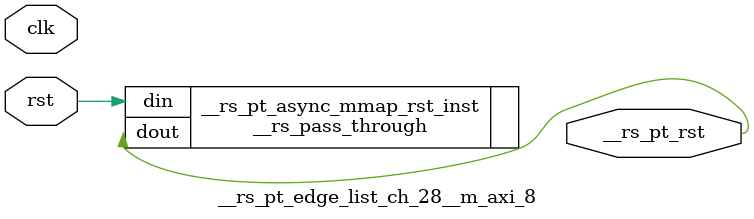
<source format=v>
`timescale 1 ns / 1 ps
/**   Generated by RapidStream   **/
module __rs_pt_edge_list_ch_28__m_axi_8 #(
    parameter BufferSize         = 32,
    parameter BufferSizeLog      = 5,
    parameter AddrWidth          = 64,
    parameter AxiSideAddrWidth   = 64,
    parameter DataWidth          = 512,
    parameter DataWidthBytesLog  = 6,
    parameter WaitTimeWidth      = 4,
    parameter BurstLenWidth      = 8,
    parameter EnableReadChannel  = 1,
    parameter EnableWriteChannel = 1,
    parameter MaxWaitTime        = 3,
    parameter MaxBurstLen        = 15
) (
    output wire __rs_pt_rst,
    input wire  clk,
    input wire  rst
);




__rs_pass_through #(
    .WIDTH (1)
) __rs_pt_async_mmap_rst_inst /**   Generated by RapidStream   **/ (
    .din  (rst),
    .dout (__rs_pt_rst)
);

endmodule  // __rs_pt_edge_list_ch_28__m_axi_8
</source>
